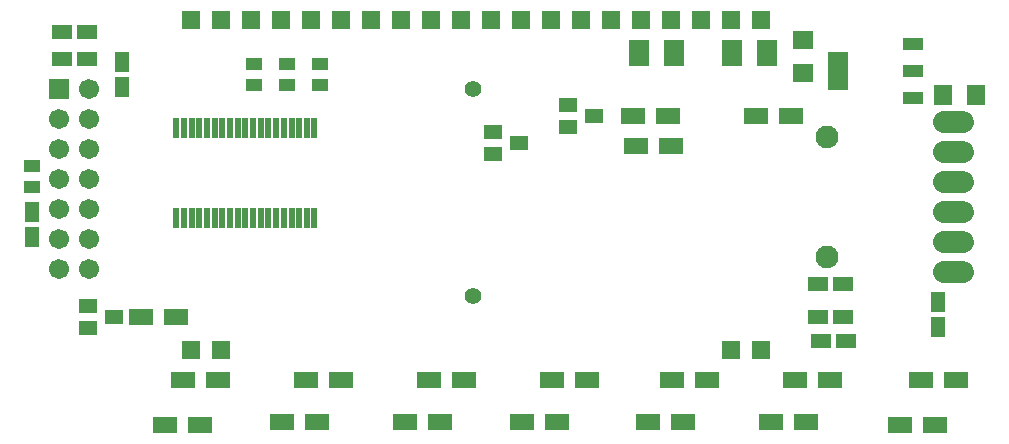
<source format=gbs>
G75*
%MOIN*%
%OFA0B0*%
%FSLAX24Y24*%
%IPPOS*%
%LPD*%
%AMOC8*
5,1,8,0,0,1.08239X$1,22.5*
%
%ADD10R,0.0640X0.0640*%
%ADD11R,0.0789X0.0552*%
%ADD12R,0.0631X0.0474*%
%ADD13R,0.0671X0.0867*%
%ADD14R,0.0220X0.0660*%
%ADD15R,0.0552X0.0395*%
%ADD16R,0.0670X0.0670*%
%ADD17C,0.0670*%
%ADD18R,0.0671X0.0474*%
%ADD19R,0.0474X0.0671*%
%ADD20C,0.0720*%
%ADD21R,0.0710X0.0410*%
%ADD22R,0.0710X0.1270*%
%ADD23R,0.0631X0.0710*%
%ADD24R,0.0710X0.0631*%
%ADD25C,0.0760*%
%ADD26C,0.0556*%
D10*
X007643Y005540D03*
X008643Y005540D03*
X025643Y005540D03*
X026643Y005540D03*
X026643Y016540D03*
X025643Y016540D03*
X024643Y016540D03*
X023643Y016540D03*
X022643Y016540D03*
X021643Y016540D03*
X020643Y016540D03*
X019643Y016540D03*
X018643Y016540D03*
X017643Y016540D03*
X016643Y016540D03*
X015643Y016540D03*
X014643Y016540D03*
X013643Y016540D03*
X012643Y016540D03*
X011643Y016540D03*
X010643Y016540D03*
X009643Y016540D03*
X008643Y016540D03*
X007643Y016540D03*
D11*
X006753Y003040D03*
X007933Y003040D03*
X007353Y004540D03*
X008533Y004540D03*
X010653Y003140D03*
X011833Y003140D03*
X011453Y004540D03*
X012633Y004540D03*
X014753Y003140D03*
X015933Y003140D03*
X015553Y004540D03*
X016733Y004540D03*
X018653Y003140D03*
X019833Y003140D03*
X019653Y004540D03*
X020833Y004540D03*
X022853Y003140D03*
X024033Y003140D03*
X023653Y004540D03*
X024833Y004540D03*
X026953Y003140D03*
X028133Y003140D03*
X027753Y004540D03*
X028933Y004540D03*
X031253Y003040D03*
X032433Y003040D03*
X031953Y004540D03*
X033133Y004540D03*
X023633Y012340D03*
X022453Y012340D03*
X022353Y013340D03*
X023533Y013340D03*
X026453Y013340D03*
X027633Y013340D03*
X007133Y006640D03*
X005953Y006640D03*
D12*
X005076Y006640D03*
X004210Y006266D03*
X004210Y007014D03*
X017710Y012066D03*
X018576Y012440D03*
X017710Y012814D03*
X020210Y012966D03*
X021076Y013340D03*
X020210Y013714D03*
D13*
X022553Y015440D03*
X023734Y015440D03*
X025653Y015440D03*
X026834Y015440D03*
D14*
X011743Y012930D03*
X011493Y012930D03*
X011233Y012930D03*
X010983Y012930D03*
X010723Y012930D03*
X010463Y012930D03*
X010213Y012930D03*
X009953Y012930D03*
X009703Y012930D03*
X009443Y012930D03*
X009183Y012930D03*
X008933Y012930D03*
X008673Y012930D03*
X008423Y012930D03*
X008163Y012930D03*
X007903Y012930D03*
X007653Y012930D03*
X007393Y012930D03*
X007143Y012930D03*
X007143Y009950D03*
X007393Y009950D03*
X007653Y009950D03*
X007903Y009950D03*
X008163Y009950D03*
X008423Y009950D03*
X008673Y009950D03*
X008933Y009950D03*
X009183Y009950D03*
X009443Y009950D03*
X009703Y009950D03*
X009953Y009950D03*
X010213Y009950D03*
X010463Y009950D03*
X010723Y009950D03*
X010983Y009950D03*
X011233Y009950D03*
X011493Y009950D03*
X011743Y009950D03*
D15*
X011943Y014386D03*
X011943Y015094D03*
X010843Y015094D03*
X010843Y014386D03*
X009743Y014386D03*
X009743Y015094D03*
X002343Y011694D03*
X002343Y010986D03*
D16*
X003243Y014240D03*
D17*
X004243Y014240D03*
X004243Y013240D03*
X003243Y013240D03*
X003243Y012240D03*
X004243Y012240D03*
X004243Y011240D03*
X003243Y011240D03*
X003243Y010240D03*
X004243Y010240D03*
X004243Y009240D03*
X003243Y009240D03*
X003243Y008240D03*
X004243Y008240D03*
D18*
X004158Y015240D03*
X003329Y015240D03*
X003329Y016140D03*
X004158Y016140D03*
X028529Y007740D03*
X029358Y007740D03*
X029358Y006640D03*
X028529Y006640D03*
X028629Y005840D03*
X029458Y005840D03*
D19*
X032543Y006326D03*
X032543Y007154D03*
X005343Y014326D03*
X005343Y015154D03*
X002343Y010154D03*
X002343Y009326D03*
D20*
X032723Y009140D02*
X033363Y009140D01*
X033363Y008140D02*
X032723Y008140D01*
X032723Y010140D02*
X033363Y010140D01*
X033363Y011140D02*
X032723Y011140D01*
X032723Y012140D02*
X033363Y012140D01*
X033363Y013140D02*
X032723Y013140D01*
D21*
X031703Y013930D03*
X031703Y014840D03*
X031703Y015750D03*
D22*
X029183Y014840D03*
D23*
X032692Y014040D03*
X033795Y014040D03*
D24*
X028043Y014789D03*
X028043Y015891D03*
D25*
X028843Y012640D03*
X028843Y008640D03*
D26*
X017043Y007340D03*
X017043Y014240D03*
M02*

</source>
